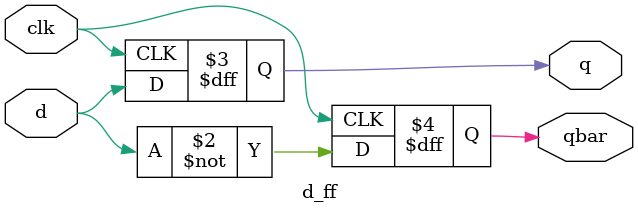
<source format=v>
module d_ff(input d,clk,output reg q,qbar

    );
    always @(negedge clk)
     begin
      q=d;
      qbar=~d;
     end
endmodule

</source>
